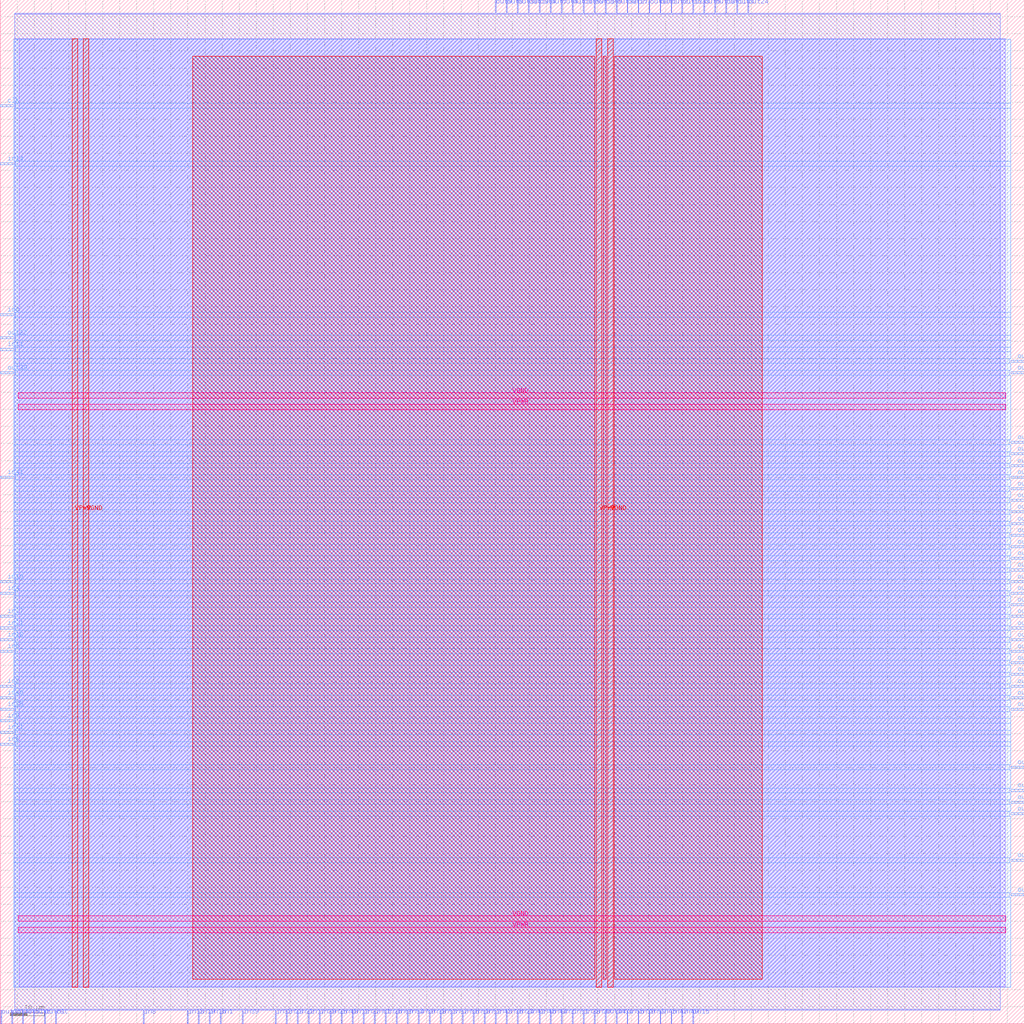
<source format=lef>
VERSION 5.7 ;
  NOWIREEXTENSIONATPIN ON ;
  DIVIDERCHAR "/" ;
  BUSBITCHARS "[]" ;
MACRO netlist_0
  CLASS BLOCK ;
  FOREIGN netlist_0 ;
  ORIGIN 0.000 0.000 ;
  SIZE 300.000 BY 300.000 ;
  PIN VGND
    DIRECTION INOUT ;
    USE GROUND ;
    PORT
      LAYER met4 ;
        RECT 24.340 10.640 25.940 288.560 ;
    END
    PORT
      LAYER met4 ;
        RECT 177.940 10.640 179.540 288.560 ;
    END
    PORT
      LAYER met5 ;
        RECT 5.280 30.030 294.640 31.630 ;
    END
    PORT
      LAYER met5 ;
        RECT 5.280 183.210 294.640 184.810 ;
    END
  END VGND
  PIN VPWR
    DIRECTION INOUT ;
    USE POWER ;
    PORT
      LAYER met4 ;
        RECT 21.040 10.640 22.640 288.560 ;
    END
    PORT
      LAYER met4 ;
        RECT 174.640 10.640 176.240 288.560 ;
    END
    PORT
      LAYER met5 ;
        RECT 5.280 26.730 294.640 28.330 ;
    END
    PORT
      LAYER met5 ;
        RECT 5.280 179.910 294.640 181.510 ;
    END
  END VPWR
  PIN clk
    DIRECTION INPUT ;
    USE SIGNAL ;
    ANTENNAGATEAREA 0.852000 ;
    ANTENNADIFFAREA 0.434700 ;
    PORT
      LAYER met3 ;
        RECT 0.000 268.640 4.000 269.240 ;
    END
  END clk
  PIN in0
    DIRECTION INPUT ;
    USE SIGNAL ;
    ANTENNAGATEAREA 0.213000 ;
    ANTENNADIFFAREA 0.434700 ;
    PORT
      LAYER met3 ;
        RECT 0.000 207.440 4.000 208.040 ;
    END
  END in0
  PIN in1
    DIRECTION INPUT ;
    USE SIGNAL ;
    ANTENNAGATEAREA 0.159000 ;
    ANTENNADIFFAREA 0.434700 ;
    PORT
      LAYER met2 ;
        RECT 64.490 0.000 64.770 4.000 ;
    END
  END in1
  PIN in10
    DIRECTION INPUT ;
    USE SIGNAL ;
    ANTENNAGATEAREA 0.742500 ;
    ANTENNADIFFAREA 0.434700 ;
    PORT
      LAYER met3 ;
        RECT 0.000 129.240 4.000 129.840 ;
    END
  END in10
  PIN in11
    DIRECTION INPUT ;
    USE SIGNAL ;
    ANTENNAGATEAREA 0.213000 ;
    ANTENNADIFFAREA 0.434700 ;
    PORT
      LAYER met3 ;
        RECT 0.000 197.240 4.000 197.840 ;
    END
  END in11
  PIN in12
    DIRECTION INPUT ;
    USE SIGNAL ;
    ANTENNAGATEAREA 0.196500 ;
    ANTENNADIFFAREA 0.434700 ;
    PORT
      LAYER met2 ;
        RECT 103.130 0.000 103.410 4.000 ;
    END
  END in12
  PIN in13
    DIRECTION INPUT ;
    USE SIGNAL ;
    ANTENNAGATEAREA 0.213000 ;
    ANTENNADIFFAREA 0.434700 ;
    PORT
      LAYER met2 ;
        RECT 54.830 0.000 55.110 4.000 ;
    END
  END in13
  PIN in14
    DIRECTION INPUT ;
    USE SIGNAL ;
    ANTENNAGATEAREA 0.426000 ;
    ANTENNADIFFAREA 0.434700 ;
    PORT
      LAYER met3 ;
        RECT 0.000 251.640 4.000 252.240 ;
    END
  END in14
  PIN in15
    DIRECTION INPUT ;
    USE SIGNAL ;
    ANTENNAGATEAREA 0.159000 ;
    ANTENNADIFFAREA 0.434700 ;
    PORT
      LAYER met2 ;
        RECT 202.950 0.000 203.230 4.000 ;
    END
  END in15
  PIN in16
    DIRECTION INPUT ;
    USE SIGNAL ;
    ANTENNAGATEAREA 0.213000 ;
    ANTENNADIFFAREA 0.434700 ;
    PORT
      LAYER met2 ;
        RECT 61.270 0.000 61.550 4.000 ;
    END
  END in16
  PIN in17
    DIRECTION INPUT ;
    USE SIGNAL ;
    ANTENNAGATEAREA 0.196500 ;
    ANTENNADIFFAREA 0.434700 ;
    PORT
      LAYER met2 ;
        RECT 90.250 0.000 90.530 4.000 ;
    END
  END in17
  PIN in18
    DIRECTION INPUT ;
    USE SIGNAL ;
    ANTENNAGATEAREA 0.196500 ;
    ANTENNADIFFAREA 0.434700 ;
    PORT
      LAYER met3 ;
        RECT 0.000 112.240 4.000 112.840 ;
    END
  END in18
  PIN in19
    DIRECTION INPUT ;
    USE SIGNAL ;
    ANTENNAGATEAREA 0.247500 ;
    ANTENNADIFFAREA 0.434700 ;
    PORT
      LAYER met2 ;
        RECT 58.050 0.000 58.330 4.000 ;
    END
  END in19
  PIN in2
    DIRECTION INPUT ;
    USE SIGNAL ;
    ANTENNAGATEAREA 0.196500 ;
    ANTENNADIFFAREA 0.434700 ;
    PORT
      LAYER met3 ;
        RECT 0.000 98.640 4.000 99.240 ;
    END
  END in2
  PIN in20
    DIRECTION INPUT ;
    USE SIGNAL ;
    ANTENNAGATEAREA 0.196500 ;
    ANTENNADIFFAREA 0.434700 ;
    PORT
      LAYER met2 ;
        RECT 173.970 0.000 174.250 4.000 ;
    END
  END in20
  PIN in21
    DIRECTION INPUT ;
    USE SIGNAL ;
    ANTENNAGATEAREA 0.196500 ;
    ANTENNADIFFAREA 0.434700 ;
    PORT
      LAYER met3 ;
        RECT 0.000 85.040 4.000 85.640 ;
    END
  END in21
  PIN in22
    DIRECTION INPUT ;
    USE SIGNAL ;
    ANTENNAGATEAREA 0.126000 ;
    ANTENNADIFFAREA 0.434700 ;
    PORT
      LAYER met2 ;
        RECT 87.030 0.000 87.310 4.000 ;
    END
  END in22
  PIN in23
    DIRECTION INPUT ;
    USE SIGNAL ;
    ANTENNAGATEAREA 0.126000 ;
    ANTENNADIFFAREA 0.434700 ;
    PORT
      LAYER met2 ;
        RECT 83.810 0.000 84.090 4.000 ;
    END
  END in23
  PIN in24
    DIRECTION INPUT ;
    USE SIGNAL ;
    ANTENNAGATEAREA 0.196500 ;
    ANTENNADIFFAREA 0.434700 ;
    PORT
      LAYER met2 ;
        RECT 151.430 0.000 151.710 4.000 ;
    END
  END in24
  PIN in25
    DIRECTION INPUT ;
    USE SIGNAL ;
    ANTENNAGATEAREA 0.126000 ;
    ANTENNADIFFAREA 0.434700 ;
    PORT
      LAYER met2 ;
        RECT 96.690 0.000 96.970 4.000 ;
    END
  END in25
  PIN in26
    DIRECTION INPUT ;
    USE SIGNAL ;
    ANTENNAGATEAREA 0.159000 ;
    ANTENNADIFFAREA 0.434700 ;
    PORT
      LAYER met2 ;
        RECT 112.790 0.000 113.070 4.000 ;
    END
  END in26
  PIN in27
    DIRECTION INPUT ;
    USE SIGNAL ;
    ANTENNAGATEAREA 0.196500 ;
    ANTENNADIFFAREA 0.434700 ;
    PORT
      LAYER met2 ;
        RECT 106.350 0.000 106.630 4.000 ;
    END
  END in27
  PIN in28
    DIRECTION INPUT ;
    USE SIGNAL ;
    ANTENNAGATEAREA 0.126000 ;
    ANTENNADIFFAREA 0.434700 ;
    PORT
      LAYER met2 ;
        RECT 170.750 0.000 171.030 4.000 ;
    END
  END in28
  PIN in29
    DIRECTION INPUT ;
    USE SIGNAL ;
    ANTENNAGATEAREA 0.196500 ;
    ANTENNADIFFAREA 0.434700 ;
    PORT
      LAYER met2 ;
        RECT 93.470 0.000 93.750 4.000 ;
    END
  END in29
  PIN in3
    DIRECTION INPUT ;
    USE SIGNAL ;
    ANTENNAGATEAREA 0.213000 ;
    ANTENNADIFFAREA 0.434700 ;
    PORT
      LAYER met2 ;
        RECT 164.310 0.000 164.590 4.000 ;
    END
  END in3
  PIN in30
    DIRECTION INPUT ;
    USE SIGNAL ;
    ANTENNAGATEAREA 0.196500 ;
    ANTENNADIFFAREA 0.434700 ;
    PORT
      LAYER met2 ;
        RECT 186.850 0.000 187.130 4.000 ;
    END
  END in30
  PIN in31
    DIRECTION INPUT ;
    USE SIGNAL ;
    ANTENNAGATEAREA 0.196500 ;
    ANTENNADIFFAREA 0.434700 ;
    PORT
      LAYER met3 ;
        RECT 0.000 115.640 4.000 116.240 ;
    END
  END in31
  PIN in32
    DIRECTION INPUT ;
    USE SIGNAL ;
    ANTENNAGATEAREA 0.196500 ;
    ANTENNADIFFAREA 0.434700 ;
    PORT
      LAYER met2 ;
        RECT 80.590 0.000 80.870 4.000 ;
    END
  END in32
  PIN in33
    DIRECTION INPUT ;
    USE SIGNAL ;
    ANTENNAGATEAREA 0.213000 ;
    ANTENNADIFFAREA 0.434700 ;
    PORT
      LAYER met2 ;
        RECT 202.950 296.000 203.230 300.000 ;
    END
  END in33
  PIN in34
    DIRECTION INPUT ;
    USE SIGNAL ;
    ANTENNAGATEAREA 0.196500 ;
    ANTENNADIFFAREA 0.434700 ;
    PORT
      LAYER met2 ;
        RECT 180.410 0.000 180.690 4.000 ;
    END
  END in34
  PIN in35
    DIRECTION INPUT ;
    USE SIGNAL ;
    ANTENNAGATEAREA 0.196500 ;
    ANTENNADIFFAREA 0.434700 ;
    PORT
      LAYER met3 ;
        RECT 0.000 91.840 4.000 92.440 ;
    END
  END in35
  PIN in36
    DIRECTION INPUT ;
    USE SIGNAL ;
    ANTENNAGATEAREA 0.196500 ;
    ANTENNADIFFAREA 0.434700 ;
    PORT
      LAYER met2 ;
        RECT 148.210 0.000 148.490 4.000 ;
    END
  END in36
  PIN in37
    DIRECTION INPUT ;
    USE SIGNAL ;
    ANTENNAGATEAREA 0.196500 ;
    ANTENNADIFFAREA 0.434700 ;
    PORT
      LAYER met3 ;
        RECT 0.000 119.040 4.000 119.640 ;
    END
  END in37
  PIN in38
    DIRECTION INPUT ;
    USE SIGNAL ;
    ANTENNAGATEAREA 1.383000 ;
    ANTENNADIFFAREA 0.434700 ;
    PORT
      LAYER met2 ;
        RECT 125.670 0.000 125.950 4.000 ;
    END
  END in38
  PIN in39
    DIRECTION INPUT ;
    USE SIGNAL ;
    ANTENNAGATEAREA 0.213000 ;
    ANTENNADIFFAREA 0.434700 ;
    PORT
      LAYER met2 ;
        RECT 70.930 0.000 71.210 4.000 ;
    END
  END in39
  PIN in4
    DIRECTION INPUT ;
    USE SIGNAL ;
    ANTENNAGATEAREA 0.159000 ;
    ANTENNADIFFAREA 0.434700 ;
    PORT
      LAYER met3 ;
        RECT 0.000 125.840 4.000 126.440 ;
    END
  END in4
  PIN in40
    DIRECTION INPUT ;
    USE SIGNAL ;
    ANTENNAGATEAREA 0.159000 ;
    ANTENNADIFFAREA 0.434700 ;
    PORT
      LAYER met3 ;
        RECT 0.000 95.240 4.000 95.840 ;
    END
  END in40
  PIN in41
    DIRECTION INPUT ;
    USE SIGNAL ;
    ANTENNAGATEAREA 0.196500 ;
    ANTENNADIFFAREA 0.434700 ;
    PORT
      LAYER met3 ;
        RECT 0.000 159.840 4.000 160.440 ;
    END
  END in41
  PIN in42
    DIRECTION INPUT ;
    USE SIGNAL ;
    ANTENNAGATEAREA 0.213000 ;
    ANTENNADIFFAREA 0.434700 ;
    PORT
      LAYER met2 ;
        RECT 154.650 0.000 154.930 4.000 ;
    END
  END in42
  PIN in43
    DIRECTION INPUT ;
    USE SIGNAL ;
    ANTENNAGATEAREA 0.196500 ;
    ANTENNADIFFAREA 0.434700 ;
    PORT
      LAYER met2 ;
        RECT 144.990 0.000 145.270 4.000 ;
    END
  END in43
  PIN in44
    DIRECTION INPUT ;
    USE SIGNAL ;
    ANTENNAGATEAREA 0.196500 ;
    ANTENNADIFFAREA 0.434700 ;
    PORT
      LAYER met2 ;
        RECT 161.090 0.000 161.370 4.000 ;
    END
  END in44
  PIN in45
    DIRECTION INPUT ;
    USE SIGNAL ;
    ANTENNAGATEAREA 0.126000 ;
    ANTENNADIFFAREA 0.434700 ;
    PORT
      LAYER met2 ;
        RECT 193.290 0.000 193.570 4.000 ;
    END
  END in45
  PIN in46
    DIRECTION INPUT ;
    USE SIGNAL ;
    ANTENNAGATEAREA 0.213000 ;
    ANTENNADIFFAREA 0.434700 ;
    PORT
      LAYER met2 ;
        RECT 157.870 0.000 158.150 4.000 ;
    END
  END in46
  PIN in47
    DIRECTION INPUT ;
    USE SIGNAL ;
    ANTENNAGATEAREA 0.213000 ;
    ANTENNADIFFAREA 0.434700 ;
    PORT
      LAYER met2 ;
        RECT 196.510 0.000 196.790 4.000 ;
    END
  END in47
  PIN in48
    DIRECTION INPUT ;
    USE SIGNAL ;
    ANTENNAGATEAREA 0.196500 ;
    ANTENNADIFFAREA 0.434700 ;
    PORT
      LAYER met2 ;
        RECT 99.910 0.000 100.190 4.000 ;
    END
  END in48
  PIN in49
    DIRECTION INPUT ;
    USE SIGNAL ;
    ANTENNAGATEAREA 0.247500 ;
    ANTENNADIFFAREA 0.434700 ;
    PORT
      LAYER met2 ;
        RECT 199.730 0.000 200.010 4.000 ;
    END
  END in49
  PIN in5
    DIRECTION INPUT ;
    USE SIGNAL ;
    ANTENNAGATEAREA 0.196500 ;
    ANTENNADIFFAREA 0.434700 ;
    PORT
      LAYER met3 ;
        RECT 0.000 108.840 4.000 109.440 ;
    END
  END in5
  PIN in50
    DIRECTION INPUT ;
    USE SIGNAL ;
    ANTENNAGATEAREA 0.213000 ;
    ANTENNADIFFAREA 0.434700 ;
    PORT
      LAYER met2 ;
        RECT 122.450 0.000 122.730 4.000 ;
    END
  END in50
  PIN in51
    DIRECTION INPUT ;
    USE SIGNAL ;
    ANTENNAGATEAREA 0.126000 ;
    ANTENNADIFFAREA 0.434700 ;
    PORT
      LAYER met2 ;
        RECT 167.530 0.000 167.810 4.000 ;
    END
  END in51
  PIN in52
    DIRECTION INPUT ;
    USE SIGNAL ;
    ANTENNAGATEAREA 0.196500 ;
    ANTENNADIFFAREA 0.434700 ;
    PORT
      LAYER met2 ;
        RECT 141.770 0.000 142.050 4.000 ;
    END
  END in52
  PIN in53
    DIRECTION INPUT ;
    USE SIGNAL ;
    ANTENNAGATEAREA 0.159000 ;
    ANTENNADIFFAREA 0.434700 ;
    PORT
      LAYER met2 ;
        RECT 128.890 0.000 129.170 4.000 ;
    END
  END in53
  PIN in54
    DIRECTION INPUT ;
    USE SIGNAL ;
    ANTENNAGATEAREA 0.213000 ;
    ANTENNADIFFAREA 0.434700 ;
    PORT
      LAYER met2 ;
        RECT 119.230 0.000 119.510 4.000 ;
    END
  END in54
  PIN in55
    DIRECTION INPUT ;
    USE SIGNAL ;
    ANTENNAGATEAREA 0.196500 ;
    ANTENNADIFFAREA 0.434700 ;
    PORT
      LAYER met2 ;
        RECT 183.630 0.000 183.910 4.000 ;
    END
  END in55
  PIN in56
    DIRECTION INPUT ;
    USE SIGNAL ;
    ANTENNAGATEAREA 0.213000 ;
    ANTENNADIFFAREA 0.434700 ;
    PORT
      LAYER met2 ;
        RECT 135.330 0.000 135.610 4.000 ;
    END
  END in56
  PIN in57
    DIRECTION INPUT ;
    USE SIGNAL ;
    ANTENNAGATEAREA 0.196500 ;
    ANTENNADIFFAREA 0.434700 ;
    PORT
      LAYER met2 ;
        RECT 132.110 0.000 132.390 4.000 ;
    END
  END in57
  PIN in58
    DIRECTION INPUT ;
    USE SIGNAL ;
    ANTENNAGATEAREA 0.196500 ;
    ANTENNADIFFAREA 0.434700 ;
    PORT
      LAYER met2 ;
        RECT 138.550 0.000 138.830 4.000 ;
    END
  END in58
  PIN in59
    DIRECTION INPUT ;
    USE SIGNAL ;
    ANTENNAGATEAREA 0.247500 ;
    ANTENNADIFFAREA 0.434700 ;
    PORT
      LAYER met2 ;
        RECT 190.070 0.000 190.350 4.000 ;
    END
  END in59
  PIN in6
    DIRECTION INPUT ;
    USE SIGNAL ;
    ANTENNAGATEAREA 0.196500 ;
    ANTENNADIFFAREA 0.434700 ;
    PORT
      LAYER met3 ;
        RECT 0.000 81.640 4.000 82.240 ;
    END
  END in6
  PIN in60
    DIRECTION INPUT ;
    USE SIGNAL ;
    ANTENNAGATEAREA 0.196500 ;
    ANTENNADIFFAREA 0.434700 ;
    PORT
      LAYER met2 ;
        RECT 116.010 0.000 116.290 4.000 ;
    END
  END in60
  PIN in61
    DIRECTION INPUT ;
    USE SIGNAL ;
    ANTENNAGATEAREA 0.196500 ;
    ANTENNADIFFAREA 0.434700 ;
    PORT
      LAYER met2 ;
        RECT 109.570 0.000 109.850 4.000 ;
    END
  END in61
  PIN in7
    DIRECTION INPUT ;
    USE SIGNAL ;
    ANTENNAGATEAREA 0.247500 ;
    ANTENNADIFFAREA 0.434700 ;
    PORT
      LAYER met2 ;
        RECT 186.850 296.000 187.130 300.000 ;
    END
  END in7
  PIN in8
    DIRECTION INPUT ;
    USE SIGNAL ;
    ANTENNAGATEAREA 0.247500 ;
    ANTENNADIFFAREA 0.434700 ;
    PORT
      LAYER met2 ;
        RECT 41.950 0.000 42.230 4.000 ;
    END
  END in8
  PIN in9
    DIRECTION INPUT ;
    USE SIGNAL ;
    ANTENNAGATEAREA 0.213000 ;
    ANTENNADIFFAREA 0.434700 ;
    PORT
      LAYER met3 ;
        RECT 0.000 88.440 4.000 89.040 ;
    END
  END in9
  PIN out0
    DIRECTION OUTPUT ;
    USE SIGNAL ;
    ANTENNADIFFAREA 0.795200 ;
    PORT
      LAYER met2 ;
        RECT 177.190 296.000 177.470 300.000 ;
    END
  END out0
  PIN out1
    DIRECTION OUTPUT ;
    USE SIGNAL ;
    ANTENNADIFFAREA 0.795200 ;
    PORT
      LAYER met2 ;
        RECT 193.290 296.000 193.570 300.000 ;
    END
  END out1
  PIN out10
    DIRECTION OUTPUT ;
    USE SIGNAL ;
    ANTENNADIFFAREA 0.340600 ;
    PORT
      LAYER met2 ;
        RECT 190.070 296.000 190.350 300.000 ;
    END
  END out10
  PIN out11
    DIRECTION OUTPUT ;
    USE SIGNAL ;
    ANTENNADIFFAREA 0.795200 ;
    PORT
      LAYER met2 ;
        RECT 212.610 296.000 212.890 300.000 ;
    END
  END out11
  PIN out12
    DIRECTION OUTPUT ;
    USE SIGNAL ;
    ANTENNADIFFAREA 0.340600 ;
    PORT
      LAYER met2 ;
        RECT 199.730 296.000 200.010 300.000 ;
    END
  END out12
  PIN out13
    DIRECTION OUTPUT ;
    USE SIGNAL ;
    ANTENNADIFFAREA 0.445500 ;
    PORT
      LAYER met3 ;
        RECT 296.000 122.440 300.000 123.040 ;
    END
  END out13
  PIN out14
    DIRECTION OUTPUT ;
    USE SIGNAL ;
    ANTENNADIFFAREA 0.340600 ;
    PORT
      LAYER met3 ;
        RECT 296.000 98.640 300.000 99.240 ;
    END
  END out14
  PIN out15
    DIRECTION OUTPUT ;
    USE SIGNAL ;
    ANTENNADIFFAREA 0.795200 ;
    PORT
      LAYER met2 ;
        RECT 173.970 296.000 174.250 300.000 ;
    END
  END out15
  PIN out16
    DIRECTION OUTPUT ;
    USE SIGNAL ;
    ANTENNADIFFAREA 0.795200 ;
    PORT
      LAYER met2 ;
        RECT 167.530 296.000 167.810 300.000 ;
    END
  END out16
  PIN out17
    DIRECTION OUTPUT ;
    USE SIGNAL ;
    ANTENNADIFFAREA 0.795200 ;
    PORT
      LAYER met2 ;
        RECT 183.630 296.000 183.910 300.000 ;
    END
  END out17
  PIN out18
    DIRECTION OUTPUT ;
    USE SIGNAL ;
    ANTENNADIFFAREA 0.795200 ;
    PORT
      LAYER met2 ;
        RECT 209.390 296.000 209.670 300.000 ;
    END
  END out18
  PIN out19
    DIRECTION OUTPUT ;
    USE SIGNAL ;
    ANTENNADIFFAREA 0.795200 ;
    PORT
      LAYER met2 ;
        RECT 154.650 296.000 154.930 300.000 ;
    END
  END out19
  PIN out2
    DIRECTION OUTPUT ;
    USE SIGNAL ;
    ANTENNADIFFAREA 0.340600 ;
    PORT
      LAYER met3 ;
        RECT 296.000 74.840 300.000 75.440 ;
    END
  END out2
  PIN out20
    DIRECTION OUTPUT ;
    USE SIGNAL ;
    ANTENNADIFFAREA 0.445500 ;
    PORT
      LAYER met3 ;
        RECT 296.000 115.640 300.000 116.240 ;
    END
  END out20
  PIN out21
    DIRECTION OUTPUT ;
    USE SIGNAL ;
    ANTENNADIFFAREA 0.340600 ;
    PORT
      LAYER met2 ;
        RECT 196.510 296.000 196.790 300.000 ;
    END
  END out21
  PIN out22
    DIRECTION OUTPUT ;
    USE SIGNAL ;
    ANTENNADIFFAREA 0.340600 ;
    PORT
      LAYER met3 ;
        RECT 296.000 159.840 300.000 160.440 ;
    END
  END out22
  PIN out23
    DIRECTION OUTPUT ;
    USE SIGNAL ;
    ANTENNADIFFAREA 0.445500 ;
    PORT
      LAYER met3 ;
        RECT 0.000 200.640 4.000 201.240 ;
    END
  END out23
  PIN out24
    DIRECTION OUTPUT ;
    USE SIGNAL ;
    ANTENNADIFFAREA 0.795200 ;
    PORT
      LAYER met2 ;
        RECT 219.050 296.000 219.330 300.000 ;
    END
  END out24
  PIN out25
    DIRECTION OUTPUT ;
    USE SIGNAL ;
    ANTENNADIFFAREA 0.340600 ;
    PORT
      LAYER met3 ;
        RECT 296.000 139.440 300.000 140.040 ;
    END
  END out25
  PIN out26
    DIRECTION OUTPUT ;
    USE SIGNAL ;
    ANTENNADIFFAREA 0.445500 ;
    PORT
      LAYER met3 ;
        RECT 296.000 146.240 300.000 146.840 ;
    END
  END out26
  PIN out27
    DIRECTION OUTPUT ;
    USE SIGNAL ;
    ANTENNADIFFAREA 0.445500 ;
    PORT
      LAYER met3 ;
        RECT 296.000 95.240 300.000 95.840 ;
    END
  END out27
  PIN out28
    DIRECTION OUTPUT ;
    USE SIGNAL ;
    ANTENNADIFFAREA 0.445500 ;
    PORT
      LAYER met3 ;
        RECT 296.000 125.840 300.000 126.440 ;
    END
  END out28
  PIN out29
    DIRECTION OUTPUT ;
    USE SIGNAL ;
    ANTENNADIFFAREA 0.340600 ;
    PORT
      LAYER met3 ;
        RECT 296.000 190.440 300.000 191.040 ;
    END
  END out29
  PIN out3
    DIRECTION OUTPUT ;
    USE SIGNAL ;
    ANTENNADIFFAREA 0.795200 ;
    PORT
      LAYER met2 ;
        RECT 215.830 296.000 216.110 300.000 ;
    END
  END out3
  PIN out30
    DIRECTION OUTPUT ;
    USE SIGNAL ;
    ANTENNADIFFAREA 0.795200 ;
    PORT
      LAYER met2 ;
        RECT 151.430 296.000 151.710 300.000 ;
    END
  END out30
  PIN out31
    DIRECTION OUTPUT ;
    USE SIGNAL ;
    ANTENNADIFFAREA 0.445500 ;
    PORT
      LAYER met3 ;
        RECT 296.000 170.040 300.000 170.640 ;
    END
  END out31
  PIN out32
    DIRECTION OUTPUT ;
    USE SIGNAL ;
    ANTENNADIFFAREA 0.340600 ;
    PORT
      LAYER met3 ;
        RECT 296.000 193.840 300.000 194.440 ;
    END
  END out32
  PIN out33
    DIRECTION OUTPUT ;
    USE SIGNAL ;
    ANTENNADIFFAREA 0.445500 ;
    PORT
      LAYER met3 ;
        RECT 296.000 91.840 300.000 92.440 ;
    END
  END out33
  PIN out34
    DIRECTION OUTPUT ;
    USE SIGNAL ;
    ANTENNADIFFAREA 0.445500 ;
    PORT
      LAYER met3 ;
        RECT 296.000 47.640 300.000 48.240 ;
    END
  END out34
  PIN out35
    DIRECTION OUTPUT ;
    USE SIGNAL ;
    ANTENNADIFFAREA 0.340600 ;
    PORT
      LAYER met3 ;
        RECT 296.000 153.040 300.000 153.640 ;
    END
  END out35
  PIN out36
    DIRECTION OUTPUT ;
    USE SIGNAL ;
    PORT
      LAYER met2 ;
        RECT 0.090 0.000 0.370 4.000 ;
    END
  END out36
  PIN out37
    DIRECTION OUTPUT ;
    USE SIGNAL ;
    ANTENNADIFFAREA 0.445500 ;
    PORT
      LAYER met3 ;
        RECT 296.000 163.240 300.000 163.840 ;
    END
  END out37
  PIN out38
    DIRECTION OUTPUT ;
    USE SIGNAL ;
    ANTENNADIFFAREA 0.795200 ;
    PORT
      LAYER met2 ;
        RECT 180.410 296.000 180.690 300.000 ;
    END
  END out38
  PIN out39
    DIRECTION OUTPUT ;
    USE SIGNAL ;
    ANTENNADIFFAREA 0.445500 ;
    PORT
      LAYER met3 ;
        RECT 0.000 190.440 4.000 191.040 ;
    END
  END out39
  PIN out4
    DIRECTION OUTPUT ;
    USE SIGNAL ;
    ANTENNADIFFAREA 0.340600 ;
    PORT
      LAYER met2 ;
        RECT 157.870 296.000 158.150 300.000 ;
    END
  END out4
  PIN out40
    DIRECTION OUTPUT ;
    USE SIGNAL ;
    PORT
      LAYER met2 ;
        RECT 3.310 0.000 3.590 4.000 ;
    END
  END out40
  PIN out41
    DIRECTION OUTPUT ;
    USE SIGNAL ;
    ANTENNADIFFAREA 0.795200 ;
    PORT
      LAYER met2 ;
        RECT 164.310 296.000 164.590 300.000 ;
    END
  END out41
  PIN out42
    DIRECTION OUTPUT ;
    USE SIGNAL ;
    ANTENNADIFFAREA 0.445500 ;
    PORT
      LAYER met3 ;
        RECT 296.000 105.440 300.000 106.040 ;
    END
  END out42
  PIN out43
    DIRECTION OUTPUT ;
    USE SIGNAL ;
    ANTENNADIFFAREA 0.340600 ;
    PORT
      LAYER met3 ;
        RECT 296.000 102.040 300.000 102.640 ;
    END
  END out43
  PIN out44
    DIRECTION OUTPUT ;
    USE SIGNAL ;
    ANTENNADIFFAREA 0.445500 ;
    PORT
      LAYER met2 ;
        RECT 177.190 0.000 177.470 4.000 ;
    END
  END out44
  PIN out45
    DIRECTION OUTPUT ;
    USE SIGNAL ;
    ANTENNADIFFAREA 0.445500 ;
    PORT
      LAYER met3 ;
        RECT 296.000 142.840 300.000 143.440 ;
    END
  END out45
  PIN out46
    DIRECTION OUTPUT ;
    USE SIGNAL ;
    ANTENNADIFFAREA 0.445500 ;
    PORT
      LAYER met3 ;
        RECT 296.000 132.640 300.000 133.240 ;
    END
  END out46
  PIN out47
    DIRECTION OUTPUT ;
    USE SIGNAL ;
    ANTENNADIFFAREA 0.340600 ;
    PORT
      LAYER met3 ;
        RECT 296.000 149.640 300.000 150.240 ;
    END
  END out47
  PIN out48
    DIRECTION OUTPUT ;
    USE SIGNAL ;
    ANTENNADIFFAREA 0.340600 ;
    PORT
      LAYER met3 ;
        RECT 296.000 136.040 300.000 136.640 ;
    END
  END out48
  PIN out49
    DIRECTION OUTPUT ;
    USE SIGNAL ;
    ANTENNADIFFAREA 0.445500 ;
    PORT
      LAYER met3 ;
        RECT 296.000 61.240 300.000 61.840 ;
    END
  END out49
  PIN out5
    DIRECTION OUTPUT ;
    USE SIGNAL ;
    ANTENNADIFFAREA 0.795200 ;
    PORT
      LAYER met2 ;
        RECT 206.170 296.000 206.450 300.000 ;
    END
  END out5
  PIN out50
    DIRECTION OUTPUT ;
    USE SIGNAL ;
    ANTENNADIFFAREA 0.445500 ;
    PORT
      LAYER met3 ;
        RECT 296.000 166.640 300.000 167.240 ;
    END
  END out50
  PIN out51
    DIRECTION OUTPUT ;
    USE SIGNAL ;
    PORT
      LAYER met2 ;
        RECT 6.530 0.000 6.810 4.000 ;
    END
  END out51
  PIN out52
    DIRECTION OUTPUT ;
    USE SIGNAL ;
    ANTENNADIFFAREA 0.445500 ;
    PORT
      LAYER met3 ;
        RECT 296.000 108.840 300.000 109.440 ;
    END
  END out52
  PIN out53
    DIRECTION OUTPUT ;
    USE SIGNAL ;
    ANTENNADIFFAREA 0.445500 ;
    PORT
      LAYER met3 ;
        RECT 296.000 112.240 300.000 112.840 ;
    END
  END out53
  PIN out54
    DIRECTION OUTPUT ;
    USE SIGNAL ;
    ANTENNADIFFAREA 0.445500 ;
    PORT
      LAYER met3 ;
        RECT 296.000 156.440 300.000 157.040 ;
    END
  END out54
  PIN out55
    DIRECTION OUTPUT ;
    USE SIGNAL ;
    ANTENNADIFFAREA 0.445500 ;
    PORT
      LAYER met3 ;
        RECT 296.000 64.640 300.000 65.240 ;
    END
  END out55
  PIN out56
    DIRECTION OUTPUT ;
    USE SIGNAL ;
    ANTENNADIFFAREA 0.445500 ;
    PORT
      LAYER met3 ;
        RECT 296.000 129.240 300.000 129.840 ;
    END
  END out56
  PIN out57
    DIRECTION OUTPUT ;
    USE SIGNAL ;
    ANTENNADIFFAREA 0.445500 ;
    PORT
      LAYER met3 ;
        RECT 296.000 37.440 300.000 38.040 ;
    END
  END out57
  PIN out58
    DIRECTION OUTPUT ;
    USE SIGNAL ;
    ANTENNADIFFAREA 0.445500 ;
    PORT
      LAYER met3 ;
        RECT 296.000 119.040 300.000 119.640 ;
    END
  END out58
  PIN out59
    DIRECTION OUTPUT ;
    USE SIGNAL ;
    ANTENNADIFFAREA 0.795200 ;
    PORT
      LAYER met2 ;
        RECT 170.750 296.000 171.030 300.000 ;
    END
  END out59
  PIN out6
    DIRECTION OUTPUT ;
    USE SIGNAL ;
    PORT
      LAYER met2 ;
        RECT 9.750 0.000 10.030 4.000 ;
    END
  END out6
  PIN out60
    DIRECTION OUTPUT ;
    USE SIGNAL ;
    ANTENNADIFFAREA 0.445500 ;
    PORT
      LAYER met3 ;
        RECT 296.000 68.040 300.000 68.640 ;
    END
  END out60
  PIN out61
    DIRECTION OUTPUT ;
    USE SIGNAL ;
    PORT
      LAYER met2 ;
        RECT 12.970 0.000 13.250 4.000 ;
    END
  END out61
  PIN out7
    DIRECTION OUTPUT ;
    USE SIGNAL ;
    ANTENNADIFFAREA 0.795200 ;
    PORT
      LAYER met2 ;
        RECT 161.090 296.000 161.370 300.000 ;
    END
  END out7
  PIN out8
    DIRECTION OUTPUT ;
    USE SIGNAL ;
    ANTENNADIFFAREA 0.795200 ;
    PORT
      LAYER met2 ;
        RECT 148.210 296.000 148.490 300.000 ;
    END
  END out8
  PIN out9
    DIRECTION OUTPUT ;
    USE SIGNAL ;
    ANTENNADIFFAREA 0.795200 ;
    PORT
      LAYER met2 ;
        RECT 144.990 296.000 145.270 300.000 ;
    END
  END out9
  PIN rst
    DIRECTION INPUT ;
    USE SIGNAL ;
    PORT
      LAYER met2 ;
        RECT 16.190 0.000 16.470 4.000 ;
    END
  END rst
  OBS
      LAYER li1 ;
        RECT 5.520 10.795 294.400 288.405 ;
      LAYER met1 ;
        RECT 4.210 10.640 294.400 288.560 ;
      LAYER met2 ;
        RECT 4.230 295.720 144.710 296.000 ;
        RECT 145.550 295.720 147.930 296.000 ;
        RECT 148.770 295.720 151.150 296.000 ;
        RECT 151.990 295.720 154.370 296.000 ;
        RECT 155.210 295.720 157.590 296.000 ;
        RECT 158.430 295.720 160.810 296.000 ;
        RECT 161.650 295.720 164.030 296.000 ;
        RECT 164.870 295.720 167.250 296.000 ;
        RECT 168.090 295.720 170.470 296.000 ;
        RECT 171.310 295.720 173.690 296.000 ;
        RECT 174.530 295.720 176.910 296.000 ;
        RECT 177.750 295.720 180.130 296.000 ;
        RECT 180.970 295.720 183.350 296.000 ;
        RECT 184.190 295.720 186.570 296.000 ;
        RECT 187.410 295.720 189.790 296.000 ;
        RECT 190.630 295.720 193.010 296.000 ;
        RECT 193.850 295.720 196.230 296.000 ;
        RECT 197.070 295.720 199.450 296.000 ;
        RECT 200.290 295.720 202.670 296.000 ;
        RECT 203.510 295.720 205.890 296.000 ;
        RECT 206.730 295.720 209.110 296.000 ;
        RECT 209.950 295.720 212.330 296.000 ;
        RECT 213.170 295.720 215.550 296.000 ;
        RECT 216.390 295.720 218.770 296.000 ;
        RECT 219.610 295.720 292.930 296.000 ;
        RECT 4.230 4.280 292.930 295.720 ;
        RECT 4.230 4.000 6.250 4.280 ;
        RECT 7.090 4.000 9.470 4.280 ;
        RECT 10.310 4.000 12.690 4.280 ;
        RECT 13.530 4.000 15.910 4.280 ;
        RECT 16.750 4.000 41.670 4.280 ;
        RECT 42.510 4.000 54.550 4.280 ;
        RECT 55.390 4.000 57.770 4.280 ;
        RECT 58.610 4.000 60.990 4.280 ;
        RECT 61.830 4.000 64.210 4.280 ;
        RECT 65.050 4.000 70.650 4.280 ;
        RECT 71.490 4.000 80.310 4.280 ;
        RECT 81.150 4.000 83.530 4.280 ;
        RECT 84.370 4.000 86.750 4.280 ;
        RECT 87.590 4.000 89.970 4.280 ;
        RECT 90.810 4.000 93.190 4.280 ;
        RECT 94.030 4.000 96.410 4.280 ;
        RECT 97.250 4.000 99.630 4.280 ;
        RECT 100.470 4.000 102.850 4.280 ;
        RECT 103.690 4.000 106.070 4.280 ;
        RECT 106.910 4.000 109.290 4.280 ;
        RECT 110.130 4.000 112.510 4.280 ;
        RECT 113.350 4.000 115.730 4.280 ;
        RECT 116.570 4.000 118.950 4.280 ;
        RECT 119.790 4.000 122.170 4.280 ;
        RECT 123.010 4.000 125.390 4.280 ;
        RECT 126.230 4.000 128.610 4.280 ;
        RECT 129.450 4.000 131.830 4.280 ;
        RECT 132.670 4.000 135.050 4.280 ;
        RECT 135.890 4.000 138.270 4.280 ;
        RECT 139.110 4.000 141.490 4.280 ;
        RECT 142.330 4.000 144.710 4.280 ;
        RECT 145.550 4.000 147.930 4.280 ;
        RECT 148.770 4.000 151.150 4.280 ;
        RECT 151.990 4.000 154.370 4.280 ;
        RECT 155.210 4.000 157.590 4.280 ;
        RECT 158.430 4.000 160.810 4.280 ;
        RECT 161.650 4.000 164.030 4.280 ;
        RECT 164.870 4.000 167.250 4.280 ;
        RECT 168.090 4.000 170.470 4.280 ;
        RECT 171.310 4.000 173.690 4.280 ;
        RECT 174.530 4.000 176.910 4.280 ;
        RECT 177.750 4.000 180.130 4.280 ;
        RECT 180.970 4.000 183.350 4.280 ;
        RECT 184.190 4.000 186.570 4.280 ;
        RECT 187.410 4.000 189.790 4.280 ;
        RECT 190.630 4.000 193.010 4.280 ;
        RECT 193.850 4.000 196.230 4.280 ;
        RECT 197.070 4.000 199.450 4.280 ;
        RECT 200.290 4.000 202.670 4.280 ;
        RECT 203.510 4.000 292.930 4.280 ;
      LAYER met3 ;
        RECT 3.990 269.640 296.000 288.485 ;
        RECT 4.400 268.240 296.000 269.640 ;
        RECT 3.990 252.640 296.000 268.240 ;
        RECT 4.400 251.240 296.000 252.640 ;
        RECT 3.990 208.440 296.000 251.240 ;
        RECT 4.400 207.040 296.000 208.440 ;
        RECT 3.990 201.640 296.000 207.040 ;
        RECT 4.400 200.240 296.000 201.640 ;
        RECT 3.990 198.240 296.000 200.240 ;
        RECT 4.400 196.840 296.000 198.240 ;
        RECT 3.990 194.840 296.000 196.840 ;
        RECT 3.990 193.440 295.600 194.840 ;
        RECT 3.990 191.440 296.000 193.440 ;
        RECT 4.400 190.040 295.600 191.440 ;
        RECT 3.990 171.040 296.000 190.040 ;
        RECT 3.990 169.640 295.600 171.040 ;
        RECT 3.990 167.640 296.000 169.640 ;
        RECT 3.990 166.240 295.600 167.640 ;
        RECT 3.990 164.240 296.000 166.240 ;
        RECT 3.990 162.840 295.600 164.240 ;
        RECT 3.990 160.840 296.000 162.840 ;
        RECT 4.400 159.440 295.600 160.840 ;
        RECT 3.990 157.440 296.000 159.440 ;
        RECT 3.990 156.040 295.600 157.440 ;
        RECT 3.990 154.040 296.000 156.040 ;
        RECT 3.990 152.640 295.600 154.040 ;
        RECT 3.990 150.640 296.000 152.640 ;
        RECT 3.990 149.240 295.600 150.640 ;
        RECT 3.990 147.240 296.000 149.240 ;
        RECT 3.990 145.840 295.600 147.240 ;
        RECT 3.990 143.840 296.000 145.840 ;
        RECT 3.990 142.440 295.600 143.840 ;
        RECT 3.990 140.440 296.000 142.440 ;
        RECT 3.990 139.040 295.600 140.440 ;
        RECT 3.990 137.040 296.000 139.040 ;
        RECT 3.990 135.640 295.600 137.040 ;
        RECT 3.990 133.640 296.000 135.640 ;
        RECT 3.990 132.240 295.600 133.640 ;
        RECT 3.990 130.240 296.000 132.240 ;
        RECT 4.400 128.840 295.600 130.240 ;
        RECT 3.990 126.840 296.000 128.840 ;
        RECT 4.400 125.440 295.600 126.840 ;
        RECT 3.990 123.440 296.000 125.440 ;
        RECT 3.990 122.040 295.600 123.440 ;
        RECT 3.990 120.040 296.000 122.040 ;
        RECT 4.400 118.640 295.600 120.040 ;
        RECT 3.990 116.640 296.000 118.640 ;
        RECT 4.400 115.240 295.600 116.640 ;
        RECT 3.990 113.240 296.000 115.240 ;
        RECT 4.400 111.840 295.600 113.240 ;
        RECT 3.990 109.840 296.000 111.840 ;
        RECT 4.400 108.440 295.600 109.840 ;
        RECT 3.990 106.440 296.000 108.440 ;
        RECT 3.990 105.040 295.600 106.440 ;
        RECT 3.990 103.040 296.000 105.040 ;
        RECT 3.990 101.640 295.600 103.040 ;
        RECT 3.990 99.640 296.000 101.640 ;
        RECT 4.400 98.240 295.600 99.640 ;
        RECT 3.990 96.240 296.000 98.240 ;
        RECT 4.400 94.840 295.600 96.240 ;
        RECT 3.990 92.840 296.000 94.840 ;
        RECT 4.400 91.440 295.600 92.840 ;
        RECT 3.990 89.440 296.000 91.440 ;
        RECT 4.400 88.040 296.000 89.440 ;
        RECT 3.990 86.040 296.000 88.040 ;
        RECT 4.400 84.640 296.000 86.040 ;
        RECT 3.990 82.640 296.000 84.640 ;
        RECT 4.400 81.240 296.000 82.640 ;
        RECT 3.990 75.840 296.000 81.240 ;
        RECT 3.990 74.440 295.600 75.840 ;
        RECT 3.990 69.040 296.000 74.440 ;
        RECT 3.990 67.640 295.600 69.040 ;
        RECT 3.990 65.640 296.000 67.640 ;
        RECT 3.990 64.240 295.600 65.640 ;
        RECT 3.990 62.240 296.000 64.240 ;
        RECT 3.990 60.840 295.600 62.240 ;
        RECT 3.990 48.640 296.000 60.840 ;
        RECT 3.990 47.240 295.600 48.640 ;
        RECT 3.990 38.440 296.000 47.240 ;
        RECT 3.990 37.040 295.600 38.440 ;
        RECT 3.990 10.715 296.000 37.040 ;
      LAYER met4 ;
        RECT 56.415 13.095 174.240 283.385 ;
        RECT 176.640 13.095 177.540 283.385 ;
        RECT 179.940 13.095 223.265 283.385 ;
  END
END netlist_0
END LIBRARY


</source>
